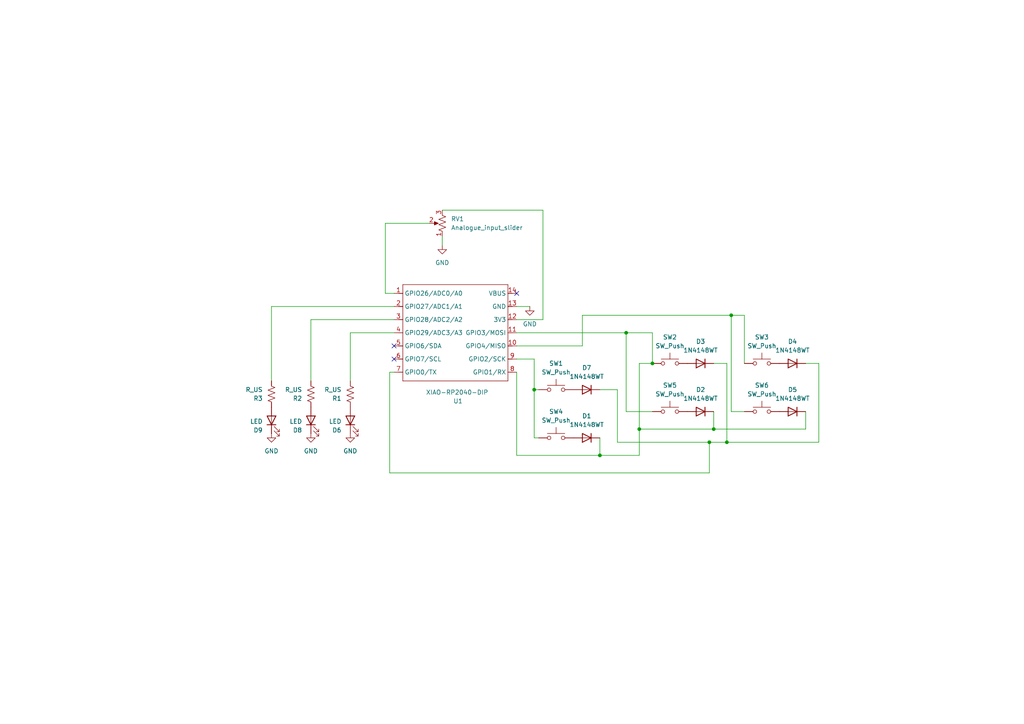
<source format=kicad_sch>
(kicad_sch (version 20250114) (generator "eeschema") (generator_version "9.0")
  (paper "A4")
  (lib_symbols
    (symbol "Device:LED" (pin_numbers (hide yes)) (pin_names (offset 1.016) (hide yes))
      (property "Reference" "D" (at 0 2.54 0))
      (property "Value" "LED" (at 0 -2.54 0))
      (symbol "LED_0_1"
        (polyline (pts (xy -3.048 -0.762) (xy -4.572 -2.286) (xy -3.81 -2.286) (xy -4.572 -2.286) (xy -4.572 -1.524)))
        (polyline (pts (xy -1.778 -0.762) (xy -3.302 -2.286) (xy -2.54 -2.286) (xy -3.302 -2.286) (xy -3.302 -1.524)))
        (polyline (pts (xy -1.27 0) (xy 1.27 0)))
        (polyline (pts (xy -1.27 -1.27) (xy -1.27 1.27)) (stroke (width 0.254)))
        (polyline (pts (xy 1.27 -1.27) (xy 1.27 1.27) (xy -1.27 0) (xy 1.27 -1.27)) (stroke (width 0.254)))
      )
      (symbol "LED_1_1"
        (pin passive line (at -3.81 0 0) (length 2.54) (name "K") (number "1"))
        (pin passive line (at 3.81 0 180) (length 2.54) (name "A") (number "2"))
      )
    )
    (symbol "Device:R_Potentiometer_US" (pin_names (offset 1.016) (hide yes))
      (property "Reference" "RV" (at -4.445 0 90))
      (property "Value" "R_Potentiometer_US" (at -2.54 0 90))
      (symbol "R_Potentiometer_US_0_1"
        (polyline (pts (xy 0 2.54) (xy 0 2.286)))
        (polyline (pts (xy 0 2.286) (xy 1.016 1.905) (xy 0 1.524) (xy -1.016 1.143) (xy 0 0.762)))
        (polyline (pts (xy 0 0.762) (xy 1.016 0.381) (xy 0 0) (xy -1.016 -0.381) (xy 0 -0.762)))
        (polyline (pts (xy 0 -0.762) (xy 1.016 -1.143) (xy 0 -1.524) (xy -1.016 -1.905) (xy 0 -2.286)))
        (polyline (pts (xy 0 -2.286) (xy 0 -2.54)))
        (polyline (pts (xy 1.143 0) (xy 2.286 0.508) (xy 2.286 -0.508) (xy 1.143 0)) (fill (type outline)))
        (polyline (pts (xy 2.54 0) (xy 1.524 0)))
      )
      (symbol "R_Potentiometer_US_1_1"
        (pin passive line (at 0 3.81 270) (length 1.27) (name "1") (number "1"))
        (pin passive line (at 0 -3.81 90) (length 1.27) (name "3") (number "3"))
        (pin passive line (at 3.81 0 180) (length 1.27) (name "2") (number "2"))
      )
    )
    (symbol "Device:R_US" (pin_numbers (hide yes)) (pin_names (offset 0))
      (property "Reference" "R" (at 2.54 0 90))
      (property "Value" "R_US" (at -2.54 0 90))
      (symbol "R_US_0_1"
        (polyline (pts (xy 0 2.286) (xy 0 2.54)))
        (polyline (pts (xy 0 2.286) (xy 1.016 1.905) (xy 0 1.524) (xy -1.016 1.143) (xy 0 0.762)))
        (polyline (pts (xy 0 0.762) (xy 1.016 0.381) (xy 0 0) (xy -1.016 -0.381) (xy 0 -0.762)))
        (polyline (pts (xy 0 -0.762) (xy 1.016 -1.143) (xy 0 -1.524) (xy -1.016 -1.905) (xy 0 -2.286)))
        (polyline (pts (xy 0 -2.286) (xy 0 -2.54)))
      )
      (symbol "R_US_1_1"
        (pin passive line (at 0 3.81 270) (length 1.27) (name "~") (number "1"))
        (pin passive line (at 0 -3.81 90) (length 1.27) (name "~") (number "2"))
      )
    )
    (symbol "Diode:1N4148WT" (pin_numbers (hide yes)) (pin_names (hide yes))
      (property "Reference" "D" (at 0 2.54 0))
      (property "Value" "1N4148WT" (at 0 -2.54 0))
      (symbol "1N4148WT_0_1"
        (polyline (pts (xy -1.27 1.27) (xy -1.27 -1.27)) (stroke (width 0.254)))
        (polyline (pts (xy 1.27 1.27) (xy 1.27 -1.27) (xy -1.27 0) (xy 1.27 1.27)) (stroke (width 0.254)))
        (polyline (pts (xy 1.27 0) (xy -1.27 0)))
      )
      (symbol "1N4148WT_1_1"
        (pin passive line (at -3.81 0 0) (length 2.54) (name "K") (number "1"))
        (pin passive line (at 3.81 0 180) (length 2.54) (name "A") (number "2"))
      )
    )
    (symbol "Seeed XIAO:XIAO-RP2040-DIP"
      (property "Reference" "U" (at 0 0 0))
      (property "Value" "XIAO-RP2040-DIP" (at 5.334 -1.778 0))
      (symbol "XIAO-RP2040-DIP_1_0"
        (polyline (pts (xy -1.27 -2.54) (xy 29.21 -2.54)) (stroke (width 0.1524)))
        (polyline (pts (xy -1.27 -5.08) (xy -2.54 -5.08)) (stroke (width 0.1524)))
        (polyline (pts (xy -1.27 -5.08) (xy -1.27 -2.54)) (stroke (width 0.1524)))
        (polyline (pts (xy -1.27 -8.89) (xy -2.54 -8.89)) (stroke (width 0.1524)))
        (polyline (pts (xy -1.27 -8.89) (xy -1.27 -5.08)) (stroke (width 0.1524)))
        (polyline (pts (xy -1.27 -12.7) (xy -2.54 -12.7)) (stroke (width 0.1524)))
        (polyline (pts (xy -1.27 -12.7) (xy -1.27 -8.89)) (stroke (width 0.1524)))
        (polyline (pts (xy -1.27 -16.51) (xy -2.54 -16.51)) (stroke (width 0.1524)))
        (polyline (pts (xy -1.27 -16.51) (xy -1.27 -12.7)) (stroke (width 0.1524)))
        (polyline (pts (xy -1.27 -20.32) (xy -2.54 -20.32)) (stroke (width 0.1524)))
        (polyline (pts (xy -1.27 -24.13) (xy -2.54 -24.13)) (stroke (width 0.1524)))
        (polyline (pts (xy -1.27 -27.94) (xy -2.54 -27.94)) (stroke (width 0.1524)))
        (polyline (pts (xy -1.27 -30.48) (xy -1.27 -16.51)) (stroke (width 0.1524)))
        (polyline (pts (xy 29.21 -2.54) (xy 29.21 -5.08)) (stroke (width 0.1524)))
        (polyline (pts (xy 29.21 -5.08) (xy 29.21 -8.89)) (stroke (width 0.1524)))
        (polyline (pts (xy 29.21 -8.89) (xy 29.21 -12.7)) (stroke (width 0.1524)))
        (polyline (pts (xy 29.21 -12.7) (xy 29.21 -30.48)) (stroke (width 0.1524)))
        (polyline (pts (xy 29.21 -30.48) (xy -1.27 -30.48)) (stroke (width 0.1524)))
        (polyline (pts (xy 30.48 -5.08) (xy 29.21 -5.08)) (stroke (width 0.1524)))
        (polyline (pts (xy 30.48 -8.89) (xy 29.21 -8.89)) (stroke (width 0.1524)))
        (polyline (pts (xy 30.48 -12.7) (xy 29.21 -12.7)) (stroke (width 0.1524)))
        (polyline (pts (xy 30.48 -16.51) (xy 29.21 -16.51)) (stroke (width 0.1524)))
        (polyline (pts (xy 30.48 -20.32) (xy 29.21 -20.32)) (stroke (width 0.1524)))
        (polyline (pts (xy 30.48 -24.13) (xy 29.21 -24.13)) (stroke (width 0.1524)))
        (polyline (pts (xy 30.48 -27.94) (xy 29.21 -27.94)) (stroke (width 0.1524)))
        (pin passive line (at -3.81 -5.08 0) (length 2.54) (name "GPIO26/ADC0/A0") (number "1"))
        (pin passive line (at -3.81 -8.89 0) (length 2.54) (name "GPIO27/ADC1/A1") (number "2"))
        (pin passive line (at -3.81 -12.7 0) (length 2.54) (name "GPIO28/ADC2/A2") (number "3"))
        (pin passive line (at -3.81 -16.51 0) (length 2.54) (name "GPIO29/ADC3/A3") (number "4"))
        (pin passive line (at -3.81 -20.32 0) (length 2.54) (name "GPIO6/SDA") (number "5"))
        (pin passive line (at -3.81 -24.13 0) (length 2.54) (name "GPIO7/SCL") (number "6"))
        (pin passive line (at -3.81 -27.94 0) (length 2.54) (name "GPIO0/TX") (number "7"))
        (pin passive line (at 31.75 -5.08 180) (length 2.54) (name "VBUS") (number "14"))
        (pin passive line (at 31.75 -8.89 180) (length 2.54) (name "GND") (number "13"))
        (pin passive line (at 31.75 -12.7 180) (length 2.54) (name "3V3") (number "12"))
        (pin passive line (at 31.75 -16.51 180) (length 2.54) (name "GPIO3/MOSI") (number "11"))
        (pin passive line (at 31.75 -20.32 180) (length 2.54) (name "GPIO4/MISO") (number "10"))
        (pin passive line (at 31.75 -24.13 180) (length 2.54) (name "GPIO2/SCK") (number "9"))
        (pin passive line (at 31.75 -27.94 180) (length 2.54) (name "GPIO1/RX") (number "8"))
      )
    )
    (symbol "Switch:SW_Push" (pin_numbers (hide yes)) (pin_names (offset 1.016) (hide yes))
      (property "Reference" "SW" (at 1.27 2.54 0))
      (property "Value" "SW_Push" (at 0 -1.524 0))
      (symbol "SW_Push_0_1"
        (circle (center -2.032 0) (radius 0.508))
        (polyline (pts (xy 0 1.27) (xy 0 3.048)))
        (circle (center 2.032 0) (radius 0.508))
        (polyline (pts (xy 2.54 1.27) (xy -2.54 1.27)))
        (pin passive line (at -5.08 0 0) (length 2.54) (name "1") (number "1"))
        (pin passive line (at 5.08 0 180) (length 2.54) (name "2") (number "2"))
      )
    )
    (symbol "power:GND" (power) (pin_numbers (hide yes)) (pin_names (offset 0) (hide yes))
      (property "Value" "GND" (at 0 -3.81 0))
      (symbol "GND_0_1"
        (polyline (pts (xy 0 0) (xy 0 -1.27) (xy 1.27 -1.27) (xy 0 -2.54) (xy -1.27 -1.27) (xy 0 -1.27)))
      )
      (symbol "GND_1_1"
        (pin power_in line (at 0 0 270) (length 0) (name "~") (number "1"))
      )
    )
  )
  (junction (at 173.99 132.08))
  (junction (at 210.82 128.27))
  (junction (at 185.42 124.46))
  (junction (at 207.01 124.46))
  (junction (at 189.23 105.41))
  (junction (at 205.74 128.27))
  (junction (at 212.09 91.44))
  (junction (at 154.94 113.03))
  (junction (at 181.61 96.52))
  (no_connect (at 114.3 100.33))
  (no_connect (at 149.86 85.09))
  (no_connect (at 114.3 104.14))
  (wire (pts (xy 154.94 113.03) (xy 154.94 104.14)))
  (wire (pts (xy 173.99 132.08) (xy 185.42 132.08)))
  (wire (pts (xy 181.61 119.38) (xy 189.23 119.38)))
  (wire (pts (xy 237.49 128.27) (xy 237.49 105.41)))
  (wire (pts (xy 113.03 107.95) (xy 114.3 107.95)))
  (wire (pts (xy 212.09 91.44) (xy 215.9 91.44)))
  (wire (pts (xy 153.67 88.9) (xy 149.86 88.9)))
  (wire (pts (xy 157.48 60.96) (xy 157.48 92.71)))
  (wire (pts (xy 128.27 60.96) (xy 157.48 60.96)))
  (wire (pts (xy 233.68 124.46) (xy 233.68 119.38)))
  (wire (pts (xy 205.74 128.27) (xy 205.74 137.16)))
  (wire (pts (xy 78.74 88.9) (xy 78.74 110.49)))
  (wire (pts (xy 207.01 124.46) (xy 207.01 119.38)))
  (wire (pts (xy 157.48 92.71) (xy 149.86 92.71)))
  (wire (pts (xy 207.01 124.46) (xy 233.68 124.46)))
  (wire (pts (xy 185.42 124.46) (xy 185.42 105.41)))
  (wire (pts (xy 215.9 91.44) (xy 215.9 105.41)))
  (wire (pts (xy 181.61 96.52) (xy 189.23 96.52)))
  (wire (pts (xy 154.94 127) (xy 154.94 113.03)))
  (wire (pts (xy 168.91 91.44) (xy 212.09 91.44)))
  (wire (pts (xy 212.09 91.44) (xy 212.09 119.38)))
  (wire (pts (xy 111.76 64.77) (xy 111.76 85.09)))
  (wire (pts (xy 113.03 107.95) (xy 113.03 137.16)))
  (wire (pts (xy 210.82 128.27) (xy 210.82 105.41)))
  (wire (pts (xy 185.42 105.41) (xy 189.23 105.41)))
  (wire (pts (xy 185.42 124.46) (xy 207.01 124.46)))
  (wire (pts (xy 149.86 100.33) (xy 168.91 100.33)))
  (wire (pts (xy 185.42 132.08) (xy 185.42 124.46)))
  (wire (pts (xy 149.86 132.08) (xy 149.86 107.95)))
  (wire (pts (xy 111.76 85.09) (xy 114.3 85.09)))
  (wire (pts (xy 114.3 92.71) (xy 90.17 92.71)))
  (wire (pts (xy 149.86 96.52) (xy 181.61 96.52)))
  (wire (pts (xy 168.91 100.33) (xy 168.91 91.44)))
  (wire (pts (xy 149.86 132.08) (xy 173.99 132.08)))
  (wire (pts (xy 179.07 128.27) (xy 179.07 113.03)))
  (wire (pts (xy 181.61 96.52) (xy 181.61 119.38)))
  (wire (pts (xy 179.07 113.03) (xy 173.99 113.03)))
  (wire (pts (xy 215.9 119.38) (xy 212.09 119.38)))
  (wire (pts (xy 179.07 128.27) (xy 205.74 128.27)))
  (wire (pts (xy 173.99 132.08) (xy 173.99 127)))
  (wire (pts (xy 114.3 96.52) (xy 101.6 96.52)))
  (wire (pts (xy 237.49 105.41) (xy 233.68 105.41)))
  (wire (pts (xy 154.94 113.03) (xy 156.21 113.03)))
  (wire (pts (xy 205.74 128.27) (xy 210.82 128.27)))
  (wire (pts (xy 210.82 128.27) (xy 237.49 128.27)))
  (wire (pts (xy 90.17 92.71) (xy 90.17 110.49)))
  (wire (pts (xy 101.6 96.52) (xy 101.6 110.49)))
  (wire (pts (xy 156.21 127) (xy 154.94 127)))
  (wire (pts (xy 207.01 105.41) (xy 210.82 105.41)))
  (wire (pts (xy 113.03 137.16) (xy 205.74 137.16)))
  (wire (pts (xy 149.86 104.14) (xy 154.94 104.14)))
  (wire (pts (xy 78.74 88.9) (xy 114.3 88.9)))
  (wire (pts (xy 111.76 64.77) (xy 124.46 64.77)))
  (wire (pts (xy 189.23 96.52) (xy 189.23 105.41)))
  (wire (pts (xy 128.27 68.58) (xy 128.27 71.12)))
  (symbol (lib_id "Device:LED") (at 101.6 121.92 90) (unit 1)
    (property "Reference" "D6" (at 99.06 124.7776 90) (effects (justify left)))
    (property "Value" "LED" (at 99.06 122.2376 90) (effects (justify left)))
    (property "Description" "Light emitting diode" (effects (hide yes)))
    (property "Sim.Pins" "1=K 2=A" (effects (hide yes)))
  )
  (symbol (lib_id "Switch:SW_Push") (at 161.29 113.03 0) (unit 1)
    (property "Reference" "SW1" (at 161.29 105.41 0))
    (property "Value" "SW_Push" (at 161.29 107.95 0))
    (property "Footprint" "Button_Switch_Keyboard:SW_Cherry_MX_1.00u_PCB" (effects (hide yes)))
    (property "Description" "Push button switch, generic, two pins" (effects (hide yes)))
  )
  (symbol (lib_id "Switch:SW_Push") (at 194.31 105.41 0) (unit 1)
    (property "Reference" "SW2" (at 194.31 97.79 0))
    (property "Value" "SW_Push" (at 194.31 100.33 0))
    (property "Footprint" "Button_Switch_Keyboard:SW_Cherry_MX_1.00u_PCB" (effects (hide yes)))
    (property "Description" "Push button switch, generic, two pins" (effects (hide yes)))
  )
  (symbol (lib_id "Diode:1N4148WT") (at 170.18 127 180) (unit 1)
    (property "Reference" "D1" (at 170.18 120.65 0))
    (property "Value" "1N4148WT" (at 170.18 123.19 0))
    (property "Footprint" "Diode_SMD:D_SOD-523" (effects (hide yes)))
    (property "Datasheet" "https://www.diodes.com/assets/Datasheets/ds30396.pdf" (effects (hide yes)))
    (property "Description" "75V 0.15A Fast switching Diode, SOD-523" (effects (hide yes)))
    (property "Sim.Device" "D" (effects (hide yes)))
    (property "Sim.Pins" "1=K 2=A" (effects (hide yes)))
  )
  (symbol (lib_id "Diode:1N4148WT") (at 170.18 113.03 180) (unit 1)
    (property "Reference" "D7" (at 170.18 106.68 0))
    (property "Value" "1N4148WT" (at 170.18 109.22 0))
    (property "Footprint" "Diode_SMD:D_SOD-523" (effects (hide yes)))
    (property "Datasheet" "https://www.diodes.com/assets/Datasheets/ds30396.pdf" (effects (hide yes)))
    (property "Description" "75V 0.15A Fast switching Diode, SOD-523" (effects (hide yes)))
    (property "Sim.Device" "D" (effects (hide yes)))
    (property "Sim.Pins" "1=K 2=A" (effects (hide yes)))
  )
  (symbol (lib_id "Device:R_US") (at 101.6 114.3 180) (unit 1)
    (property "Reference" "R1" (at 99.06 115.5701 0) (effects (justify left)))
    (property "Value" "R_US" (at 99.06 113.0301 0) (effects (justify left)))
    (property "Description" "Resistor, US symbol" (effects (hide yes)))
  )
  (symbol (lib_id "power:GND") (at 90.17 125.73 0) (unit 1)
    (property "Reference" "#PWR04" (effects (hide yes)))
    (property "Value" "GND" (at 90.17 130.81 0))
    (property "Description" "Power symbol creates a global label with name \"GND\" , ground" (effects (hide yes)))
  )
  (symbol (lib_id "Seeed XIAO:XIAO-RP2040-DIP") (at 118.11 80.01 0) (unit 1)
    (property "Reference" "U1" (at 132.842 116.332 0))
    (property "Value" "XIAO-RP2040-DIP" (at 132.588 113.792 0))
    (property "Footprint" "XIAO Seeduino:XIAO-RP2040-DIP" (effects (hide yes)))
  )
  (symbol (lib_id "Device:R_Potentiometer_US") (at 128.27 64.77 180) (unit 1)
    (property "Reference" "RV1" (at 130.81 63.4999 0) (effects (justify right)))
    (property "Value" "Analogue_input_slider" (at 130.81 66.0399 0) (effects (justify right)))
    (property "Footprint" "Potentiometer_THT:Potentiometer_Bourns_PTA4543_Single_Slide" (effects (hide yes)))
    (property "Description" "Potentiometer, US symbol" (effects (hide yes)))
  )
  (symbol (lib_id "Switch:SW_Push") (at 194.31 119.38 0) (unit 1)
    (property "Reference" "SW5" (at 194.31 111.76 0))
    (property "Value" "SW_Push" (at 194.31 114.3 0))
    (property "Footprint" "Button_Switch_Keyboard:SW_Cherry_MX_1.00u_PCB" (effects (hide yes)))
    (property "Description" "Push button switch, generic, two pins" (effects (hide yes)))
  )
  (symbol (lib_id "Device:LED") (at 90.17 121.92 90) (unit 1)
    (property "Reference" "D8" (at 87.63 124.7776 90) (effects (justify left)))
    (property "Value" "LED" (at 87.63 122.2376 90) (effects (justify left)))
    (property "Description" "Light emitting diode" (effects (hide yes)))
    (property "Sim.Pins" "1=K 2=A" (effects (hide yes)))
  )
  (symbol (lib_id "power:GND") (at 101.6 125.73 0) (unit 1)
    (property "Reference" "#PWR05" (effects (hide yes)))
    (property "Value" "GND" (at 101.6 130.81 0))
    (property "Description" "Power symbol creates a global label with name \"GND\" , ground" (effects (hide yes)))
  )
  (symbol (lib_id "Device:LED") (at 78.74 121.92 90) (unit 1)
    (property "Reference" "D9" (at 76.2 124.7776 90) (effects (justify left)))
    (property "Value" "LED" (at 76.2 122.2376 90) (effects (justify left)))
    (property "Description" "Light emitting diode" (effects (hide yes)))
    (property "Sim.Pins" "1=K 2=A" (effects (hide yes)))
  )
  (symbol (lib_id "power:GND") (at 78.74 125.73 0) (unit 1)
    (property "Reference" "#PWR01" (effects (hide yes)))
    (property "Value" "GND" (at 78.74 130.81 0))
    (property "Description" "Power symbol creates a global label with name \"GND\" , ground" (effects (hide yes)))
  )
  (symbol (lib_id "Diode:1N4148WT") (at 203.2 119.38 180) (unit 1)
    (property "Reference" "D2" (at 203.2 113.03 0))
    (property "Value" "1N4148WT" (at 203.2 115.57 0))
    (property "Footprint" "Diode_SMD:D_SOD-523" (effects (hide yes)))
    (property "Datasheet" "https://www.diodes.com/assets/Datasheets/ds30396.pdf" (effects (hide yes)))
    (property "Description" "75V 0.15A Fast switching Diode, SOD-523" (effects (hide yes)))
    (property "Sim.Device" "D" (effects (hide yes)))
    (property "Sim.Pins" "1=K 2=A" (effects (hide yes)))
  )
  (symbol (lib_id "power:GND") (at 128.27 71.12 0) (unit 1)
    (property "Reference" "#PWR02" (effects (hide yes)))
    (property "Value" "GND" (at 128.27 76.2 0))
    (property "Description" "Power symbol creates a global label with name \"GND\" , ground" (effects (hide yes)))
  )
  (symbol (lib_id "power:GND") (at 153.67 88.9 0) (unit 1)
    (property "Reference" "#PWR03" (effects (hide yes)))
    (property "Value" "GND" (at 153.67 93.98 0))
    (property "Description" "Power symbol creates a global label with name \"GND\" , ground" (effects (hide yes)))
  )
  (symbol (lib_id "Switch:SW_Push") (at 220.98 119.38 0) (unit 1)
    (property "Reference" "SW6" (at 220.98 111.76 0))
    (property "Value" "SW_Push" (at 220.98 114.3 0))
    (property "Footprint" "Button_Switch_Keyboard:SW_Cherry_MX_1.00u_PCB" (effects (hide yes)))
    (property "Description" "Push button switch, generic, two pins" (effects (hide yes)))
  )
  (symbol (lib_id "Device:R_US") (at 90.17 114.3 180) (unit 1)
    (property "Reference" "R2" (at 87.63 115.5701 0) (effects (justify left)))
    (property "Value" "R_US" (at 87.63 113.0301 0) (effects (justify left)))
    (property "Description" "Resistor, US symbol" (effects (hide yes)))
  )
  (symbol (lib_id "Switch:SW_Push") (at 220.98 105.41 0) (unit 1)
    (property "Reference" "SW3" (at 220.98 97.79 0))
    (property "Value" "SW_Push" (at 220.98 100.33 0))
    (property "Footprint" "Button_Switch_Keyboard:SW_Cherry_MX_1.00u_PCB" (effects (hide yes)))
    (property "Description" "Push button switch, generic, two pins" (effects (hide yes)))
  )
  (symbol (lib_id "Switch:SW_Push") (at 161.29 127 0) (unit 1)
    (property "Reference" "SW4" (at 161.29 119.38 0))
    (property "Value" "SW_Push" (at 161.29 121.92 0))
    (property "Footprint" "Button_Switch_Keyboard:SW_Cherry_MX_1.00u_PCB" (effects (hide yes)))
    (property "Description" "Push button switch, generic, two pins" (effects (hide yes)))
  )
  (symbol (lib_id "Diode:1N4148WT") (at 229.87 105.41 180) (unit 1)
    (property "Reference" "D4" (at 229.87 99.06 0))
    (property "Value" "1N4148WT" (at 229.87 101.6 0))
    (property "Footprint" "Diode_SMD:D_SOD-523" (effects (hide yes)))
    (property "Datasheet" "https://www.diodes.com/assets/Datasheets/ds30396.pdf" (effects (hide yes)))
    (property "Description" "75V 0.15A Fast switching Diode, SOD-523" (effects (hide yes)))
    (property "Sim.Device" "D" (effects (hide yes)))
    (property "Sim.Pins" "1=K 2=A" (effects (hide yes)))
  )
  (symbol (lib_id "Diode:1N4148WT") (at 203.2 105.41 180) (unit 1)
    (property "Reference" "D3" (at 203.2 99.06 0))
    (property "Value" "1N4148WT" (at 203.2 101.6 0))
    (property "Footprint" "Diode_SMD:D_SOD-523" (effects (hide yes)))
    (property "Datasheet" "https://www.diodes.com/assets/Datasheets/ds30396.pdf" (effects (hide yes)))
    (property "Description" "75V 0.15A Fast switching Diode, SOD-523" (effects (hide yes)))
    (property "Sim.Device" "D" (effects (hide yes)))
    (property "Sim.Pins" "1=K 2=A" (effects (hide yes)))
  )
  (symbol (lib_id "Device:R_US") (at 78.74 114.3 180) (unit 1)
    (property "Reference" "R3" (at 76.2 115.5701 0) (effects (justify left)))
    (property "Value" "R_US" (at 76.2 113.0301 0) (effects (justify left)))
    (property "Description" "Resistor, US symbol" (effects (hide yes)))
  )
  (symbol (lib_id "Diode:1N4148WT") (at 229.87 119.38 180) (unit 1)
    (property "Reference" "D5" (at 229.87 113.03 0))
    (property "Value" "1N4148WT" (at 229.87 115.57 0))
    (property "Footprint" "Diode_SMD:D_SOD-523" (effects (hide yes)))
    (property "Datasheet" "https://www.diodes.com/assets/Datasheets/ds30396.pdf" (effects (hide yes)))
    (property "Description" "75V 0.15A Fast switching Diode, SOD-523" (effects (hide yes)))
    (property "Sim.Device" "D" (effects (hide yes)))
    (property "Sim.Pins" "1=K 2=A" (effects (hide yes)))
  )
)
</source>
